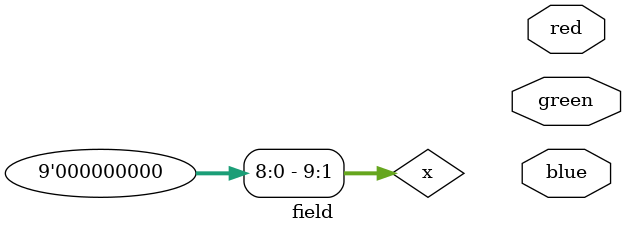
<source format=v>
`timescale 1ns / 1ps
module field(
    output reg red,
    output reg green,
    output reg blue
    );
	parameter FIElD_WIDTH = 640;
	parameter FIELD_HEIGHT = 480;
	parameter X_LEFT = 320;
	parameter Y_BOTTOM = 240;
	
	//addinal intermediate logic signal wires
	wire flag_on_rect; // high only when over rectangle
	wire [9:0] x,y; // traditional cartesian coordinates, (left,bottom)=(0,0)
	
	//combinational logic to calculate x,y coordinate system
	assign x = pos_h;
	assign y = 480 - pos_v;
	
	//combinational logic to decide if beam is over a rectangle
	assign flag_on_rect = x >= (X_LEFT)				&&
								 x <  (X_LEFT + WIDTH)  &&
								 y >= (Y_BOTTOM)			&&
								 y <  (Y_BOTTOM + HEIGHT);
								  
	// combinational logic and registers that load on rising clock edge
	always @(posedge clk) begin

					
	end
endmodule


				

/*


	parameter WIDTH = 640;
	parameter HEIGHT = 480;
	parameter X_LEFT = 320;
	parameter Y_BOTTOM = 240;
	
	//addinal intermediate logic signal wires
	wire flag_on_rect; // high only when over rectangle
	wire [9:0] x,y; // traditional cartesian coordinates, (left,bottom)=(0,0)
	
	//combinational logic to calculate x,y coordinate system
	assign x = pos_h;
	assign y = 480 - pos_v;
	
	//combinational logic to decide if beam is over a rectangle
	assign flag_on_rect = x >= (X_LEFT)				&&
								 x <  (X_LEFT + WIDTH)  &&
								 y >= (Y_BOTTOM)			&&
								 y <  (Y_BOTTOM + HEIGHT);
								  
	// combinational logic and registers that load on rising clock edge
	always @(posedge clk)
		if ((sw0 & sw1) | (sw0 & sw2) | (sw1 & sw2)) begin
			red	<= ~flag_on_rect & blank;
			green <= ~flag_on_rect & blank;
			blue  <= ~flag_on_rect & blank;
		end

		else if (sw0 == 1) begin
			red	<= flag_on_rect & ~blank;
			green <= flag_on_rect & ~blank;
			blue  <= ~flag_on_rect & blank;
			
		end
		else if (sw1 == 1) begin
			red	<= flag_on_rect & ~blank;
			green <= ~flag_on_rect & blank;
			blue  <= flag_on_rect & ~blank;
		end 
		
		else if (sw2 == 1) begin
			red	<= ~flag_on_rect & blank;
			green <= flag_on_rect & ~blank;
			blue  <= flag_on_rect & ~blank;
		end
		

		else begin
			red	<= ~flag_on_rect & blank;
			green <= ~flag_on_rect & blank;
			blue  <= ~flag_on_rect & blank;
		end			

endmodule
*/


</source>
